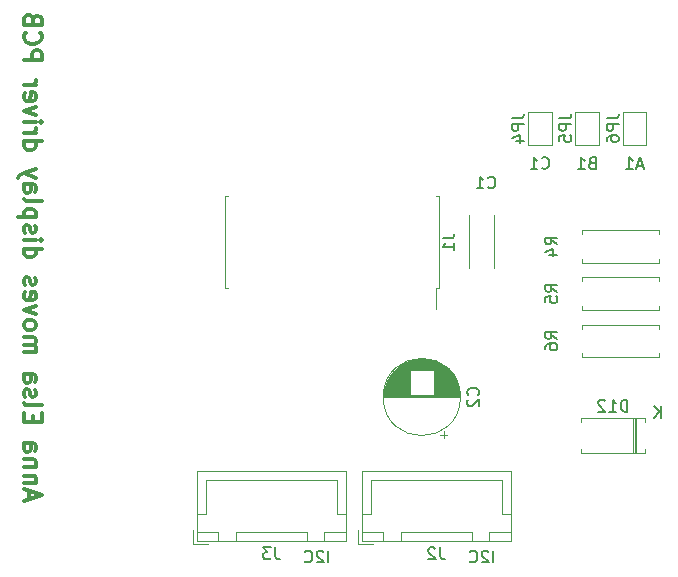
<source format=gbr>
%TF.GenerationSoftware,KiCad,Pcbnew,5.1.10-88a1d61d58~88~ubuntu20.04.1*%
%TF.CreationDate,2021-05-13T20:29:17+02:00*%
%TF.ProjectId,anna_elsa_moves_display,616e6e61-5f65-46c7-9361-5f6d6f766573,rev?*%
%TF.SameCoordinates,Original*%
%TF.FileFunction,Legend,Bot*%
%TF.FilePolarity,Positive*%
%FSLAX46Y46*%
G04 Gerber Fmt 4.6, Leading zero omitted, Abs format (unit mm)*
G04 Created by KiCad (PCBNEW 5.1.10-88a1d61d58~88~ubuntu20.04.1) date 2021-05-13 20:29:17*
%MOMM*%
%LPD*%
G01*
G04 APERTURE LIST*
%ADD10C,0.300000*%
%ADD11C,0.120000*%
%ADD12C,0.150000*%
G04 APERTURE END LIST*
D10*
X93730000Y-109400000D02*
X93730000Y-108685714D01*
X93301428Y-109542857D02*
X94801428Y-109042857D01*
X93301428Y-108542857D01*
X94301428Y-108042857D02*
X93301428Y-108042857D01*
X94158571Y-108042857D02*
X94230000Y-107971428D01*
X94301428Y-107828571D01*
X94301428Y-107614285D01*
X94230000Y-107471428D01*
X94087142Y-107400000D01*
X93301428Y-107400000D01*
X94301428Y-106685714D02*
X93301428Y-106685714D01*
X94158571Y-106685714D02*
X94230000Y-106614285D01*
X94301428Y-106471428D01*
X94301428Y-106257142D01*
X94230000Y-106114285D01*
X94087142Y-106042857D01*
X93301428Y-106042857D01*
X93301428Y-104685714D02*
X94087142Y-104685714D01*
X94230000Y-104757142D01*
X94301428Y-104900000D01*
X94301428Y-105185714D01*
X94230000Y-105328571D01*
X93372857Y-104685714D02*
X93301428Y-104828571D01*
X93301428Y-105185714D01*
X93372857Y-105328571D01*
X93515714Y-105400000D01*
X93658571Y-105400000D01*
X93801428Y-105328571D01*
X93872857Y-105185714D01*
X93872857Y-104828571D01*
X93944285Y-104685714D01*
X94087142Y-102828571D02*
X94087142Y-102328571D01*
X93301428Y-102114285D02*
X93301428Y-102828571D01*
X94801428Y-102828571D01*
X94801428Y-102114285D01*
X93301428Y-101257142D02*
X93372857Y-101400000D01*
X93515714Y-101471428D01*
X94801428Y-101471428D01*
X93372857Y-100757142D02*
X93301428Y-100614285D01*
X93301428Y-100328571D01*
X93372857Y-100185714D01*
X93515714Y-100114285D01*
X93587142Y-100114285D01*
X93730000Y-100185714D01*
X93801428Y-100328571D01*
X93801428Y-100542857D01*
X93872857Y-100685714D01*
X94015714Y-100757142D01*
X94087142Y-100757142D01*
X94230000Y-100685714D01*
X94301428Y-100542857D01*
X94301428Y-100328571D01*
X94230000Y-100185714D01*
X93301428Y-98828571D02*
X94087142Y-98828571D01*
X94230000Y-98900000D01*
X94301428Y-99042857D01*
X94301428Y-99328571D01*
X94230000Y-99471428D01*
X93372857Y-98828571D02*
X93301428Y-98971428D01*
X93301428Y-99328571D01*
X93372857Y-99471428D01*
X93515714Y-99542857D01*
X93658571Y-99542857D01*
X93801428Y-99471428D01*
X93872857Y-99328571D01*
X93872857Y-98971428D01*
X93944285Y-98828571D01*
X93301428Y-96971428D02*
X94301428Y-96971428D01*
X94158571Y-96971428D02*
X94230000Y-96900000D01*
X94301428Y-96757142D01*
X94301428Y-96542857D01*
X94230000Y-96400000D01*
X94087142Y-96328571D01*
X93301428Y-96328571D01*
X94087142Y-96328571D02*
X94230000Y-96257142D01*
X94301428Y-96114285D01*
X94301428Y-95900000D01*
X94230000Y-95757142D01*
X94087142Y-95685714D01*
X93301428Y-95685714D01*
X93301428Y-94757142D02*
X93372857Y-94900000D01*
X93444285Y-94971428D01*
X93587142Y-95042857D01*
X94015714Y-95042857D01*
X94158571Y-94971428D01*
X94230000Y-94900000D01*
X94301428Y-94757142D01*
X94301428Y-94542857D01*
X94230000Y-94400000D01*
X94158571Y-94328571D01*
X94015714Y-94257142D01*
X93587142Y-94257142D01*
X93444285Y-94328571D01*
X93372857Y-94400000D01*
X93301428Y-94542857D01*
X93301428Y-94757142D01*
X94301428Y-93757142D02*
X93301428Y-93400000D01*
X94301428Y-93042857D01*
X93372857Y-91900000D02*
X93301428Y-92042857D01*
X93301428Y-92328571D01*
X93372857Y-92471428D01*
X93515714Y-92542857D01*
X94087142Y-92542857D01*
X94230000Y-92471428D01*
X94301428Y-92328571D01*
X94301428Y-92042857D01*
X94230000Y-91900000D01*
X94087142Y-91828571D01*
X93944285Y-91828571D01*
X93801428Y-92542857D01*
X93372857Y-91257142D02*
X93301428Y-91114285D01*
X93301428Y-90828571D01*
X93372857Y-90685714D01*
X93515714Y-90614285D01*
X93587142Y-90614285D01*
X93730000Y-90685714D01*
X93801428Y-90828571D01*
X93801428Y-91042857D01*
X93872857Y-91185714D01*
X94015714Y-91257142D01*
X94087142Y-91257142D01*
X94230000Y-91185714D01*
X94301428Y-91042857D01*
X94301428Y-90828571D01*
X94230000Y-90685714D01*
X93301428Y-88185714D02*
X94801428Y-88185714D01*
X93372857Y-88185714D02*
X93301428Y-88328571D01*
X93301428Y-88614285D01*
X93372857Y-88757142D01*
X93444285Y-88828571D01*
X93587142Y-88900000D01*
X94015714Y-88900000D01*
X94158571Y-88828571D01*
X94230000Y-88757142D01*
X94301428Y-88614285D01*
X94301428Y-88328571D01*
X94230000Y-88185714D01*
X93301428Y-87471428D02*
X94301428Y-87471428D01*
X94801428Y-87471428D02*
X94730000Y-87542857D01*
X94658571Y-87471428D01*
X94730000Y-87400000D01*
X94801428Y-87471428D01*
X94658571Y-87471428D01*
X93372857Y-86828571D02*
X93301428Y-86685714D01*
X93301428Y-86400000D01*
X93372857Y-86257142D01*
X93515714Y-86185714D01*
X93587142Y-86185714D01*
X93730000Y-86257142D01*
X93801428Y-86400000D01*
X93801428Y-86614285D01*
X93872857Y-86757142D01*
X94015714Y-86828571D01*
X94087142Y-86828571D01*
X94230000Y-86757142D01*
X94301428Y-86614285D01*
X94301428Y-86400000D01*
X94230000Y-86257142D01*
X94301428Y-85542857D02*
X92801428Y-85542857D01*
X94230000Y-85542857D02*
X94301428Y-85400000D01*
X94301428Y-85114285D01*
X94230000Y-84971428D01*
X94158571Y-84900000D01*
X94015714Y-84828571D01*
X93587142Y-84828571D01*
X93444285Y-84900000D01*
X93372857Y-84971428D01*
X93301428Y-85114285D01*
X93301428Y-85400000D01*
X93372857Y-85542857D01*
X93301428Y-83971428D02*
X93372857Y-84114285D01*
X93515714Y-84185714D01*
X94801428Y-84185714D01*
X93301428Y-82757142D02*
X94087142Y-82757142D01*
X94230000Y-82828571D01*
X94301428Y-82971428D01*
X94301428Y-83257142D01*
X94230000Y-83400000D01*
X93372857Y-82757142D02*
X93301428Y-82900000D01*
X93301428Y-83257142D01*
X93372857Y-83400000D01*
X93515714Y-83471428D01*
X93658571Y-83471428D01*
X93801428Y-83400000D01*
X93872857Y-83257142D01*
X93872857Y-82900000D01*
X93944285Y-82757142D01*
X94301428Y-82185714D02*
X93301428Y-81828571D01*
X94301428Y-81471428D02*
X93301428Y-81828571D01*
X92944285Y-81971428D01*
X92872857Y-82042857D01*
X92801428Y-82185714D01*
X93301428Y-79114285D02*
X94801428Y-79114285D01*
X93372857Y-79114285D02*
X93301428Y-79257142D01*
X93301428Y-79542857D01*
X93372857Y-79685714D01*
X93444285Y-79757142D01*
X93587142Y-79828571D01*
X94015714Y-79828571D01*
X94158571Y-79757142D01*
X94230000Y-79685714D01*
X94301428Y-79542857D01*
X94301428Y-79257142D01*
X94230000Y-79114285D01*
X93301428Y-78400000D02*
X94301428Y-78400000D01*
X94015714Y-78400000D02*
X94158571Y-78328571D01*
X94230000Y-78257142D01*
X94301428Y-78114285D01*
X94301428Y-77971428D01*
X93301428Y-77471428D02*
X94301428Y-77471428D01*
X94801428Y-77471428D02*
X94730000Y-77542857D01*
X94658571Y-77471428D01*
X94730000Y-77400000D01*
X94801428Y-77471428D01*
X94658571Y-77471428D01*
X94301428Y-76900000D02*
X93301428Y-76542857D01*
X94301428Y-76185714D01*
X93372857Y-75042857D02*
X93301428Y-75185714D01*
X93301428Y-75471428D01*
X93372857Y-75614285D01*
X93515714Y-75685714D01*
X94087142Y-75685714D01*
X94230000Y-75614285D01*
X94301428Y-75471428D01*
X94301428Y-75185714D01*
X94230000Y-75042857D01*
X94087142Y-74971428D01*
X93944285Y-74971428D01*
X93801428Y-75685714D01*
X93301428Y-74328571D02*
X94301428Y-74328571D01*
X94015714Y-74328571D02*
X94158571Y-74257142D01*
X94230000Y-74185714D01*
X94301428Y-74042857D01*
X94301428Y-73900000D01*
X93301428Y-72257142D02*
X94801428Y-72257142D01*
X94801428Y-71685714D01*
X94730000Y-71542857D01*
X94658571Y-71471428D01*
X94515714Y-71400000D01*
X94301428Y-71400000D01*
X94158571Y-71471428D01*
X94087142Y-71542857D01*
X94015714Y-71685714D01*
X94015714Y-72257142D01*
X93444285Y-69900000D02*
X93372857Y-69971428D01*
X93301428Y-70185714D01*
X93301428Y-70328571D01*
X93372857Y-70542857D01*
X93515714Y-70685714D01*
X93658571Y-70757142D01*
X93944285Y-70828571D01*
X94158571Y-70828571D01*
X94444285Y-70757142D01*
X94587142Y-70685714D01*
X94730000Y-70542857D01*
X94801428Y-70328571D01*
X94801428Y-70185714D01*
X94730000Y-69971428D01*
X94658571Y-69900000D01*
X94087142Y-68757142D02*
X94015714Y-68542857D01*
X93944285Y-68471428D01*
X93801428Y-68400000D01*
X93587142Y-68400000D01*
X93444285Y-68471428D01*
X93372857Y-68542857D01*
X93301428Y-68685714D01*
X93301428Y-69257142D01*
X94801428Y-69257142D01*
X94801428Y-68757142D01*
X94730000Y-68614285D01*
X94658571Y-68542857D01*
X94515714Y-68471428D01*
X94372857Y-68471428D01*
X94230000Y-68542857D01*
X94158571Y-68614285D01*
X94087142Y-68757142D01*
X94087142Y-69257142D01*
D11*
%TO.C,R6*%
X140540000Y-97040000D02*
X140540000Y-97370000D01*
X140540000Y-97370000D02*
X147080000Y-97370000D01*
X147080000Y-97370000D02*
X147080000Y-97040000D01*
X140540000Y-94960000D02*
X140540000Y-94630000D01*
X140540000Y-94630000D02*
X147080000Y-94630000D01*
X147080000Y-94630000D02*
X147080000Y-94960000D01*
%TO.C,R5*%
X140540000Y-93040000D02*
X140540000Y-93370000D01*
X140540000Y-93370000D02*
X147080000Y-93370000D01*
X147080000Y-93370000D02*
X147080000Y-93040000D01*
X140540000Y-90960000D02*
X140540000Y-90630000D01*
X140540000Y-90630000D02*
X147080000Y-90630000D01*
X147080000Y-90630000D02*
X147080000Y-90960000D01*
%TO.C,R4*%
X140540000Y-89040000D02*
X140540000Y-89370000D01*
X140540000Y-89370000D02*
X147080000Y-89370000D01*
X147080000Y-89370000D02*
X147080000Y-89040000D01*
X140540000Y-86960000D02*
X140540000Y-86630000D01*
X140540000Y-86630000D02*
X147080000Y-86630000D01*
X147080000Y-86630000D02*
X147080000Y-86960000D01*
%TO.C,JP6*%
X146000000Y-76600000D02*
X144000000Y-76600000D01*
X146000000Y-79400000D02*
X146000000Y-76600000D01*
X144000000Y-79400000D02*
X146000000Y-79400000D01*
X144000000Y-76600000D02*
X144000000Y-79400000D01*
%TO.C,JP5*%
X142000000Y-76600000D02*
X140000000Y-76600000D01*
X142000000Y-79400000D02*
X142000000Y-76600000D01*
X140000000Y-79400000D02*
X142000000Y-79400000D01*
X140000000Y-76600000D02*
X140000000Y-79400000D01*
%TO.C,JP4*%
X138000000Y-76600000D02*
X136000000Y-76600000D01*
X138000000Y-79400000D02*
X138000000Y-76600000D01*
X136000000Y-79400000D02*
X138000000Y-79400000D01*
X136000000Y-76600000D02*
X136000000Y-79400000D01*
%TO.C,J3*%
X107930000Y-112950000D02*
X107930000Y-106980000D01*
X107930000Y-106980000D02*
X120550000Y-106980000D01*
X120550000Y-106980000D02*
X120550000Y-112950000D01*
X120550000Y-112950000D02*
X107930000Y-112950000D01*
X111240000Y-112940000D02*
X111240000Y-112190000D01*
X111240000Y-112190000D02*
X117240000Y-112190000D01*
X117240000Y-112190000D02*
X117240000Y-112940000D01*
X117240000Y-112940000D02*
X111240000Y-112940000D01*
X107940000Y-112940000D02*
X107940000Y-112190000D01*
X107940000Y-112190000D02*
X109740000Y-112190000D01*
X109740000Y-112190000D02*
X109740000Y-112940000D01*
X109740000Y-112940000D02*
X107940000Y-112940000D01*
X118740000Y-112940000D02*
X118740000Y-112190000D01*
X118740000Y-112190000D02*
X120540000Y-112190000D01*
X120540000Y-112190000D02*
X120540000Y-112940000D01*
X120540000Y-112940000D02*
X118740000Y-112940000D01*
X107940000Y-110690000D02*
X108690000Y-110690000D01*
X108690000Y-110690000D02*
X108690000Y-107740000D01*
X108690000Y-107740000D02*
X114240000Y-107740000D01*
X120540000Y-110690000D02*
X119790000Y-110690000D01*
X119790000Y-110690000D02*
X119790000Y-107740000D01*
X119790000Y-107740000D02*
X114240000Y-107740000D01*
X108890000Y-113240000D02*
X107640000Y-113240000D01*
X107640000Y-113240000D02*
X107640000Y-111990000D01*
%TO.C,J2*%
X121900000Y-112950000D02*
X121900000Y-106980000D01*
X121900000Y-106980000D02*
X134520000Y-106980000D01*
X134520000Y-106980000D02*
X134520000Y-112950000D01*
X134520000Y-112950000D02*
X121900000Y-112950000D01*
X125210000Y-112940000D02*
X125210000Y-112190000D01*
X125210000Y-112190000D02*
X131210000Y-112190000D01*
X131210000Y-112190000D02*
X131210000Y-112940000D01*
X131210000Y-112940000D02*
X125210000Y-112940000D01*
X121910000Y-112940000D02*
X121910000Y-112190000D01*
X121910000Y-112190000D02*
X123710000Y-112190000D01*
X123710000Y-112190000D02*
X123710000Y-112940000D01*
X123710000Y-112940000D02*
X121910000Y-112940000D01*
X132710000Y-112940000D02*
X132710000Y-112190000D01*
X132710000Y-112190000D02*
X134510000Y-112190000D01*
X134510000Y-112190000D02*
X134510000Y-112940000D01*
X134510000Y-112940000D02*
X132710000Y-112940000D01*
X121910000Y-110690000D02*
X122660000Y-110690000D01*
X122660000Y-110690000D02*
X122660000Y-107740000D01*
X122660000Y-107740000D02*
X128210000Y-107740000D01*
X134510000Y-110690000D02*
X133760000Y-110690000D01*
X133760000Y-110690000D02*
X133760000Y-107740000D01*
X133760000Y-107740000D02*
X128210000Y-107740000D01*
X122860000Y-113240000D02*
X121610000Y-113240000D01*
X121610000Y-113240000D02*
X121610000Y-111990000D01*
%TO.C,J1*%
X128170000Y-91490000D02*
X128170000Y-93280000D01*
X128460000Y-91490000D02*
X128170000Y-91490000D01*
X128460000Y-87630000D02*
X128460000Y-91490000D01*
X128460000Y-83770000D02*
X128170000Y-83770000D01*
X128460000Y-87630000D02*
X128460000Y-83770000D01*
X110300000Y-91490000D02*
X110590000Y-91490000D01*
X110300000Y-87630000D02*
X110300000Y-91490000D01*
X110300000Y-83770000D02*
X110590000Y-83770000D01*
X110300000Y-87630000D02*
X110300000Y-83770000D01*
%TO.C,D12*%
X145910000Y-102860000D02*
X145910000Y-102530000D01*
X145910000Y-102530000D02*
X140470000Y-102530000D01*
X140470000Y-102530000D02*
X140470000Y-102860000D01*
X145910000Y-105140000D02*
X145910000Y-105470000D01*
X145910000Y-105470000D02*
X140470000Y-105470000D01*
X140470000Y-105470000D02*
X140470000Y-105140000D01*
X145010000Y-102530000D02*
X145010000Y-105470000D01*
X144890000Y-102530000D02*
X144890000Y-105470000D01*
X145130000Y-102530000D02*
X145130000Y-105470000D01*
%TO.C,C2*%
X130270000Y-100750000D02*
G75*
G03*
X130270000Y-100750000I-3270000J0D01*
G01*
X130230000Y-100750000D02*
X123770000Y-100750000D01*
X130230000Y-100710000D02*
X123770000Y-100710000D01*
X130230000Y-100670000D02*
X123770000Y-100670000D01*
X130228000Y-100630000D02*
X123772000Y-100630000D01*
X130227000Y-100590000D02*
X123773000Y-100590000D01*
X130224000Y-100550000D02*
X123776000Y-100550000D01*
X130222000Y-100510000D02*
X128040000Y-100510000D01*
X125960000Y-100510000D02*
X123778000Y-100510000D01*
X130218000Y-100470000D02*
X128040000Y-100470000D01*
X125960000Y-100470000D02*
X123782000Y-100470000D01*
X130215000Y-100430000D02*
X128040000Y-100430000D01*
X125960000Y-100430000D02*
X123785000Y-100430000D01*
X130211000Y-100390000D02*
X128040000Y-100390000D01*
X125960000Y-100390000D02*
X123789000Y-100390000D01*
X130206000Y-100350000D02*
X128040000Y-100350000D01*
X125960000Y-100350000D02*
X123794000Y-100350000D01*
X130201000Y-100310000D02*
X128040000Y-100310000D01*
X125960000Y-100310000D02*
X123799000Y-100310000D01*
X130195000Y-100270000D02*
X128040000Y-100270000D01*
X125960000Y-100270000D02*
X123805000Y-100270000D01*
X130189000Y-100230000D02*
X128040000Y-100230000D01*
X125960000Y-100230000D02*
X123811000Y-100230000D01*
X130182000Y-100190000D02*
X128040000Y-100190000D01*
X125960000Y-100190000D02*
X123818000Y-100190000D01*
X130175000Y-100150000D02*
X128040000Y-100150000D01*
X125960000Y-100150000D02*
X123825000Y-100150000D01*
X130167000Y-100110000D02*
X128040000Y-100110000D01*
X125960000Y-100110000D02*
X123833000Y-100110000D01*
X130159000Y-100070000D02*
X128040000Y-100070000D01*
X125960000Y-100070000D02*
X123841000Y-100070000D01*
X130150000Y-100029000D02*
X128040000Y-100029000D01*
X125960000Y-100029000D02*
X123850000Y-100029000D01*
X130141000Y-99989000D02*
X128040000Y-99989000D01*
X125960000Y-99989000D02*
X123859000Y-99989000D01*
X130131000Y-99949000D02*
X128040000Y-99949000D01*
X125960000Y-99949000D02*
X123869000Y-99949000D01*
X130121000Y-99909000D02*
X128040000Y-99909000D01*
X125960000Y-99909000D02*
X123879000Y-99909000D01*
X130110000Y-99869000D02*
X128040000Y-99869000D01*
X125960000Y-99869000D02*
X123890000Y-99869000D01*
X130098000Y-99829000D02*
X128040000Y-99829000D01*
X125960000Y-99829000D02*
X123902000Y-99829000D01*
X130086000Y-99789000D02*
X128040000Y-99789000D01*
X125960000Y-99789000D02*
X123914000Y-99789000D01*
X130074000Y-99749000D02*
X128040000Y-99749000D01*
X125960000Y-99749000D02*
X123926000Y-99749000D01*
X130061000Y-99709000D02*
X128040000Y-99709000D01*
X125960000Y-99709000D02*
X123939000Y-99709000D01*
X130047000Y-99669000D02*
X128040000Y-99669000D01*
X125960000Y-99669000D02*
X123953000Y-99669000D01*
X130033000Y-99629000D02*
X128040000Y-99629000D01*
X125960000Y-99629000D02*
X123967000Y-99629000D01*
X130018000Y-99589000D02*
X128040000Y-99589000D01*
X125960000Y-99589000D02*
X123982000Y-99589000D01*
X130002000Y-99549000D02*
X128040000Y-99549000D01*
X125960000Y-99549000D02*
X123998000Y-99549000D01*
X129986000Y-99509000D02*
X128040000Y-99509000D01*
X125960000Y-99509000D02*
X124014000Y-99509000D01*
X129970000Y-99469000D02*
X128040000Y-99469000D01*
X125960000Y-99469000D02*
X124030000Y-99469000D01*
X129952000Y-99429000D02*
X128040000Y-99429000D01*
X125960000Y-99429000D02*
X124048000Y-99429000D01*
X129934000Y-99389000D02*
X128040000Y-99389000D01*
X125960000Y-99389000D02*
X124066000Y-99389000D01*
X129916000Y-99349000D02*
X128040000Y-99349000D01*
X125960000Y-99349000D02*
X124084000Y-99349000D01*
X129896000Y-99309000D02*
X128040000Y-99309000D01*
X125960000Y-99309000D02*
X124104000Y-99309000D01*
X129876000Y-99269000D02*
X128040000Y-99269000D01*
X125960000Y-99269000D02*
X124124000Y-99269000D01*
X129856000Y-99229000D02*
X128040000Y-99229000D01*
X125960000Y-99229000D02*
X124144000Y-99229000D01*
X129834000Y-99189000D02*
X128040000Y-99189000D01*
X125960000Y-99189000D02*
X124166000Y-99189000D01*
X129812000Y-99149000D02*
X128040000Y-99149000D01*
X125960000Y-99149000D02*
X124188000Y-99149000D01*
X129790000Y-99109000D02*
X128040000Y-99109000D01*
X125960000Y-99109000D02*
X124210000Y-99109000D01*
X129766000Y-99069000D02*
X128040000Y-99069000D01*
X125960000Y-99069000D02*
X124234000Y-99069000D01*
X129742000Y-99029000D02*
X128040000Y-99029000D01*
X125960000Y-99029000D02*
X124258000Y-99029000D01*
X129716000Y-98989000D02*
X128040000Y-98989000D01*
X125960000Y-98989000D02*
X124284000Y-98989000D01*
X129690000Y-98949000D02*
X128040000Y-98949000D01*
X125960000Y-98949000D02*
X124310000Y-98949000D01*
X129664000Y-98909000D02*
X128040000Y-98909000D01*
X125960000Y-98909000D02*
X124336000Y-98909000D01*
X129636000Y-98869000D02*
X128040000Y-98869000D01*
X125960000Y-98869000D02*
X124364000Y-98869000D01*
X129607000Y-98829000D02*
X128040000Y-98829000D01*
X125960000Y-98829000D02*
X124393000Y-98829000D01*
X129578000Y-98789000D02*
X128040000Y-98789000D01*
X125960000Y-98789000D02*
X124422000Y-98789000D01*
X129548000Y-98749000D02*
X128040000Y-98749000D01*
X125960000Y-98749000D02*
X124452000Y-98749000D01*
X129516000Y-98709000D02*
X128040000Y-98709000D01*
X125960000Y-98709000D02*
X124484000Y-98709000D01*
X129484000Y-98669000D02*
X128040000Y-98669000D01*
X125960000Y-98669000D02*
X124516000Y-98669000D01*
X129450000Y-98629000D02*
X128040000Y-98629000D01*
X125960000Y-98629000D02*
X124550000Y-98629000D01*
X129416000Y-98589000D02*
X128040000Y-98589000D01*
X125960000Y-98589000D02*
X124584000Y-98589000D01*
X129380000Y-98549000D02*
X128040000Y-98549000D01*
X125960000Y-98549000D02*
X124620000Y-98549000D01*
X129343000Y-98509000D02*
X128040000Y-98509000D01*
X125960000Y-98509000D02*
X124657000Y-98509000D01*
X129305000Y-98469000D02*
X128040000Y-98469000D01*
X125960000Y-98469000D02*
X124695000Y-98469000D01*
X129265000Y-98429000D02*
X124735000Y-98429000D01*
X129224000Y-98389000D02*
X124776000Y-98389000D01*
X129182000Y-98349000D02*
X124818000Y-98349000D01*
X129137000Y-98309000D02*
X124863000Y-98309000D01*
X129092000Y-98269000D02*
X124908000Y-98269000D01*
X129044000Y-98229000D02*
X124956000Y-98229000D01*
X128995000Y-98189000D02*
X125005000Y-98189000D01*
X128944000Y-98149000D02*
X125056000Y-98149000D01*
X128890000Y-98109000D02*
X125110000Y-98109000D01*
X128834000Y-98069000D02*
X125166000Y-98069000D01*
X128776000Y-98029000D02*
X125224000Y-98029000D01*
X128714000Y-97989000D02*
X125286000Y-97989000D01*
X128650000Y-97949000D02*
X125350000Y-97949000D01*
X128581000Y-97909000D02*
X125419000Y-97909000D01*
X128509000Y-97869000D02*
X125491000Y-97869000D01*
X128432000Y-97829000D02*
X125568000Y-97829000D01*
X128350000Y-97789000D02*
X125650000Y-97789000D01*
X128262000Y-97749000D02*
X125738000Y-97749000D01*
X128165000Y-97709000D02*
X125835000Y-97709000D01*
X128059000Y-97669000D02*
X125941000Y-97669000D01*
X127940000Y-97629000D02*
X126060000Y-97629000D01*
X127802000Y-97589000D02*
X126198000Y-97589000D01*
X127633000Y-97549000D02*
X126367000Y-97549000D01*
X127402000Y-97509000D02*
X126598000Y-97509000D01*
X128839000Y-104250241D02*
X128839000Y-103620241D01*
X129154000Y-103935241D02*
X128524000Y-103935241D01*
%TO.C,C1*%
X131010000Y-85320000D02*
X131010000Y-89860000D01*
X133150000Y-85320000D02*
X133150000Y-89860000D01*
X131010000Y-85320000D02*
X131025000Y-85320000D01*
X133135000Y-85320000D02*
X133150000Y-85320000D01*
X131010000Y-89860000D02*
X131025000Y-89860000D01*
X133135000Y-89860000D02*
X133150000Y-89860000D01*
%TO.C,R6*%
D12*
X138452380Y-95833333D02*
X137976190Y-95500000D01*
X138452380Y-95261904D02*
X137452380Y-95261904D01*
X137452380Y-95642857D01*
X137500000Y-95738095D01*
X137547619Y-95785714D01*
X137642857Y-95833333D01*
X137785714Y-95833333D01*
X137880952Y-95785714D01*
X137928571Y-95738095D01*
X137976190Y-95642857D01*
X137976190Y-95261904D01*
X137452380Y-96690476D02*
X137452380Y-96500000D01*
X137500000Y-96404761D01*
X137547619Y-96357142D01*
X137690476Y-96261904D01*
X137880952Y-96214285D01*
X138261904Y-96214285D01*
X138357142Y-96261904D01*
X138404761Y-96309523D01*
X138452380Y-96404761D01*
X138452380Y-96595238D01*
X138404761Y-96690476D01*
X138357142Y-96738095D01*
X138261904Y-96785714D01*
X138023809Y-96785714D01*
X137928571Y-96738095D01*
X137880952Y-96690476D01*
X137833333Y-96595238D01*
X137833333Y-96404761D01*
X137880952Y-96309523D01*
X137928571Y-96261904D01*
X138023809Y-96214285D01*
%TO.C,R5*%
X138452380Y-91833333D02*
X137976190Y-91500000D01*
X138452380Y-91261904D02*
X137452380Y-91261904D01*
X137452380Y-91642857D01*
X137500000Y-91738095D01*
X137547619Y-91785714D01*
X137642857Y-91833333D01*
X137785714Y-91833333D01*
X137880952Y-91785714D01*
X137928571Y-91738095D01*
X137976190Y-91642857D01*
X137976190Y-91261904D01*
X137452380Y-92738095D02*
X137452380Y-92261904D01*
X137928571Y-92214285D01*
X137880952Y-92261904D01*
X137833333Y-92357142D01*
X137833333Y-92595238D01*
X137880952Y-92690476D01*
X137928571Y-92738095D01*
X138023809Y-92785714D01*
X138261904Y-92785714D01*
X138357142Y-92738095D01*
X138404761Y-92690476D01*
X138452380Y-92595238D01*
X138452380Y-92357142D01*
X138404761Y-92261904D01*
X138357142Y-92214285D01*
%TO.C,R4*%
X138452380Y-87833333D02*
X137976190Y-87500000D01*
X138452380Y-87261904D02*
X137452380Y-87261904D01*
X137452380Y-87642857D01*
X137500000Y-87738095D01*
X137547619Y-87785714D01*
X137642857Y-87833333D01*
X137785714Y-87833333D01*
X137880952Y-87785714D01*
X137928571Y-87738095D01*
X137976190Y-87642857D01*
X137976190Y-87261904D01*
X137785714Y-88690476D02*
X138452380Y-88690476D01*
X137404761Y-88452380D02*
X138119047Y-88214285D01*
X138119047Y-88833333D01*
%TO.C,JP6*%
X142652380Y-77166666D02*
X143366666Y-77166666D01*
X143509523Y-77119047D01*
X143604761Y-77023809D01*
X143652380Y-76880952D01*
X143652380Y-76785714D01*
X143652380Y-77642857D02*
X142652380Y-77642857D01*
X142652380Y-78023809D01*
X142700000Y-78119047D01*
X142747619Y-78166666D01*
X142842857Y-78214285D01*
X142985714Y-78214285D01*
X143080952Y-78166666D01*
X143128571Y-78119047D01*
X143176190Y-78023809D01*
X143176190Y-77642857D01*
X142652380Y-79071428D02*
X142652380Y-78880952D01*
X142700000Y-78785714D01*
X142747619Y-78738095D01*
X142890476Y-78642857D01*
X143080952Y-78595238D01*
X143461904Y-78595238D01*
X143557142Y-78642857D01*
X143604761Y-78690476D01*
X143652380Y-78785714D01*
X143652380Y-78976190D01*
X143604761Y-79071428D01*
X143557142Y-79119047D01*
X143461904Y-79166666D01*
X143223809Y-79166666D01*
X143128571Y-79119047D01*
X143080952Y-79071428D01*
X143033333Y-78976190D01*
X143033333Y-78785714D01*
X143080952Y-78690476D01*
X143128571Y-78642857D01*
X143223809Y-78595238D01*
X145714285Y-81166666D02*
X145238095Y-81166666D01*
X145809523Y-81452380D02*
X145476190Y-80452380D01*
X145142857Y-81452380D01*
X144285714Y-81452380D02*
X144857142Y-81452380D01*
X144571428Y-81452380D02*
X144571428Y-80452380D01*
X144666666Y-80595238D01*
X144761904Y-80690476D01*
X144857142Y-80738095D01*
%TO.C,JP5*%
X138652380Y-77166666D02*
X139366666Y-77166666D01*
X139509523Y-77119047D01*
X139604761Y-77023809D01*
X139652380Y-76880952D01*
X139652380Y-76785714D01*
X139652380Y-77642857D02*
X138652380Y-77642857D01*
X138652380Y-78023809D01*
X138700000Y-78119047D01*
X138747619Y-78166666D01*
X138842857Y-78214285D01*
X138985714Y-78214285D01*
X139080952Y-78166666D01*
X139128571Y-78119047D01*
X139176190Y-78023809D01*
X139176190Y-77642857D01*
X138652380Y-79119047D02*
X138652380Y-78642857D01*
X139128571Y-78595238D01*
X139080952Y-78642857D01*
X139033333Y-78738095D01*
X139033333Y-78976190D01*
X139080952Y-79071428D01*
X139128571Y-79119047D01*
X139223809Y-79166666D01*
X139461904Y-79166666D01*
X139557142Y-79119047D01*
X139604761Y-79071428D01*
X139652380Y-78976190D01*
X139652380Y-78738095D01*
X139604761Y-78642857D01*
X139557142Y-78595238D01*
X141404761Y-80928571D02*
X141261904Y-80976190D01*
X141214285Y-81023809D01*
X141166666Y-81119047D01*
X141166666Y-81261904D01*
X141214285Y-81357142D01*
X141261904Y-81404761D01*
X141357142Y-81452380D01*
X141738095Y-81452380D01*
X141738095Y-80452380D01*
X141404761Y-80452380D01*
X141309523Y-80500000D01*
X141261904Y-80547619D01*
X141214285Y-80642857D01*
X141214285Y-80738095D01*
X141261904Y-80833333D01*
X141309523Y-80880952D01*
X141404761Y-80928571D01*
X141738095Y-80928571D01*
X140214285Y-81452380D02*
X140785714Y-81452380D01*
X140500000Y-81452380D02*
X140500000Y-80452380D01*
X140595238Y-80595238D01*
X140690476Y-80690476D01*
X140785714Y-80738095D01*
%TO.C,JP4*%
X134652380Y-77166666D02*
X135366666Y-77166666D01*
X135509523Y-77119047D01*
X135604761Y-77023809D01*
X135652380Y-76880952D01*
X135652380Y-76785714D01*
X135652380Y-77642857D02*
X134652380Y-77642857D01*
X134652380Y-78023809D01*
X134700000Y-78119047D01*
X134747619Y-78166666D01*
X134842857Y-78214285D01*
X134985714Y-78214285D01*
X135080952Y-78166666D01*
X135128571Y-78119047D01*
X135176190Y-78023809D01*
X135176190Y-77642857D01*
X134985714Y-79071428D02*
X135652380Y-79071428D01*
X134604761Y-78833333D02*
X135319047Y-78595238D01*
X135319047Y-79214285D01*
X137166666Y-81357142D02*
X137214285Y-81404761D01*
X137357142Y-81452380D01*
X137452380Y-81452380D01*
X137595238Y-81404761D01*
X137690476Y-81309523D01*
X137738095Y-81214285D01*
X137785714Y-81023809D01*
X137785714Y-80880952D01*
X137738095Y-80690476D01*
X137690476Y-80595238D01*
X137595238Y-80500000D01*
X137452380Y-80452380D01*
X137357142Y-80452380D01*
X137214285Y-80500000D01*
X137166666Y-80547619D01*
X136214285Y-81452380D02*
X136785714Y-81452380D01*
X136500000Y-81452380D02*
X136500000Y-80452380D01*
X136595238Y-80595238D01*
X136690476Y-80690476D01*
X136785714Y-80738095D01*
%TO.C,J3*%
X114573333Y-113492380D02*
X114573333Y-114206666D01*
X114620952Y-114349523D01*
X114716190Y-114444761D01*
X114859047Y-114492380D01*
X114954285Y-114492380D01*
X114192380Y-113492380D02*
X113573333Y-113492380D01*
X113906666Y-113873333D01*
X113763809Y-113873333D01*
X113668571Y-113920952D01*
X113620952Y-113968571D01*
X113573333Y-114063809D01*
X113573333Y-114301904D01*
X113620952Y-114397142D01*
X113668571Y-114444761D01*
X113763809Y-114492380D01*
X114049523Y-114492380D01*
X114144761Y-114444761D01*
X114192380Y-114397142D01*
X119086190Y-114752380D02*
X119086190Y-113752380D01*
X118657619Y-113847619D02*
X118610000Y-113800000D01*
X118514761Y-113752380D01*
X118276666Y-113752380D01*
X118181428Y-113800000D01*
X118133809Y-113847619D01*
X118086190Y-113942857D01*
X118086190Y-114038095D01*
X118133809Y-114180952D01*
X118705238Y-114752380D01*
X118086190Y-114752380D01*
X117086190Y-114657142D02*
X117133809Y-114704761D01*
X117276666Y-114752380D01*
X117371904Y-114752380D01*
X117514761Y-114704761D01*
X117610000Y-114609523D01*
X117657619Y-114514285D01*
X117705238Y-114323809D01*
X117705238Y-114180952D01*
X117657619Y-113990476D01*
X117610000Y-113895238D01*
X117514761Y-113800000D01*
X117371904Y-113752380D01*
X117276666Y-113752380D01*
X117133809Y-113800000D01*
X117086190Y-113847619D01*
%TO.C,J2*%
X128543333Y-113492380D02*
X128543333Y-114206666D01*
X128590952Y-114349523D01*
X128686190Y-114444761D01*
X128829047Y-114492380D01*
X128924285Y-114492380D01*
X128114761Y-113587619D02*
X128067142Y-113540000D01*
X127971904Y-113492380D01*
X127733809Y-113492380D01*
X127638571Y-113540000D01*
X127590952Y-113587619D01*
X127543333Y-113682857D01*
X127543333Y-113778095D01*
X127590952Y-113920952D01*
X128162380Y-114492380D01*
X127543333Y-114492380D01*
X133056190Y-114752380D02*
X133056190Y-113752380D01*
X132627619Y-113847619D02*
X132580000Y-113800000D01*
X132484761Y-113752380D01*
X132246666Y-113752380D01*
X132151428Y-113800000D01*
X132103809Y-113847619D01*
X132056190Y-113942857D01*
X132056190Y-114038095D01*
X132103809Y-114180952D01*
X132675238Y-114752380D01*
X132056190Y-114752380D01*
X131056190Y-114657142D02*
X131103809Y-114704761D01*
X131246666Y-114752380D01*
X131341904Y-114752380D01*
X131484761Y-114704761D01*
X131580000Y-114609523D01*
X131627619Y-114514285D01*
X131675238Y-114323809D01*
X131675238Y-114180952D01*
X131627619Y-113990476D01*
X131580000Y-113895238D01*
X131484761Y-113800000D01*
X131341904Y-113752380D01*
X131246666Y-113752380D01*
X131103809Y-113800000D01*
X131056190Y-113847619D01*
%TO.C,J1*%
X128752380Y-87296666D02*
X129466666Y-87296666D01*
X129609523Y-87249047D01*
X129704761Y-87153809D01*
X129752380Y-87010952D01*
X129752380Y-86915714D01*
X129752380Y-88296666D02*
X129752380Y-87725238D01*
X129752380Y-88010952D02*
X128752380Y-88010952D01*
X128895238Y-87915714D01*
X128990476Y-87820476D01*
X129038095Y-87725238D01*
%TO.C,D12*%
X144404285Y-101982380D02*
X144404285Y-100982380D01*
X144166190Y-100982380D01*
X144023333Y-101030000D01*
X143928095Y-101125238D01*
X143880476Y-101220476D01*
X143832857Y-101410952D01*
X143832857Y-101553809D01*
X143880476Y-101744285D01*
X143928095Y-101839523D01*
X144023333Y-101934761D01*
X144166190Y-101982380D01*
X144404285Y-101982380D01*
X142880476Y-101982380D02*
X143451904Y-101982380D01*
X143166190Y-101982380D02*
X143166190Y-100982380D01*
X143261428Y-101125238D01*
X143356666Y-101220476D01*
X143451904Y-101268095D01*
X142499523Y-101077619D02*
X142451904Y-101030000D01*
X142356666Y-100982380D01*
X142118571Y-100982380D01*
X142023333Y-101030000D01*
X141975714Y-101077619D01*
X141928095Y-101172857D01*
X141928095Y-101268095D01*
X141975714Y-101410952D01*
X142547142Y-101982380D01*
X141928095Y-101982380D01*
X147261904Y-102552380D02*
X147261904Y-101552380D01*
X146690476Y-102552380D02*
X147119047Y-101980952D01*
X146690476Y-101552380D02*
X147261904Y-102123809D01*
%TO.C,C2*%
X131757142Y-100583333D02*
X131804761Y-100535714D01*
X131852380Y-100392857D01*
X131852380Y-100297619D01*
X131804761Y-100154761D01*
X131709523Y-100059523D01*
X131614285Y-100011904D01*
X131423809Y-99964285D01*
X131280952Y-99964285D01*
X131090476Y-100011904D01*
X130995238Y-100059523D01*
X130900000Y-100154761D01*
X130852380Y-100297619D01*
X130852380Y-100392857D01*
X130900000Y-100535714D01*
X130947619Y-100583333D01*
X130947619Y-100964285D02*
X130900000Y-101011904D01*
X130852380Y-101107142D01*
X130852380Y-101345238D01*
X130900000Y-101440476D01*
X130947619Y-101488095D01*
X131042857Y-101535714D01*
X131138095Y-101535714D01*
X131280952Y-101488095D01*
X131852380Y-100916666D01*
X131852380Y-101535714D01*
%TO.C,C1*%
X132596666Y-82997142D02*
X132644285Y-83044761D01*
X132787142Y-83092380D01*
X132882380Y-83092380D01*
X133025238Y-83044761D01*
X133120476Y-82949523D01*
X133168095Y-82854285D01*
X133215714Y-82663809D01*
X133215714Y-82520952D01*
X133168095Y-82330476D01*
X133120476Y-82235238D01*
X133025238Y-82140000D01*
X132882380Y-82092380D01*
X132787142Y-82092380D01*
X132644285Y-82140000D01*
X132596666Y-82187619D01*
X131644285Y-83092380D02*
X132215714Y-83092380D01*
X131930000Y-83092380D02*
X131930000Y-82092380D01*
X132025238Y-82235238D01*
X132120476Y-82330476D01*
X132215714Y-82378095D01*
%TD*%
M02*

</source>
